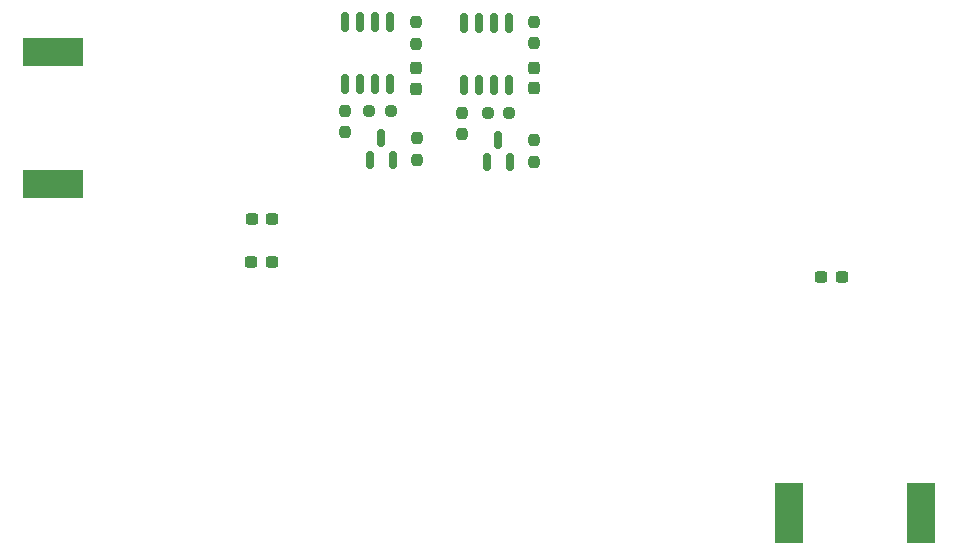
<source format=gbr>
%TF.GenerationSoftware,KiCad,Pcbnew,7.0.7*%
%TF.CreationDate,2023-11-07T19:23:38-06:00*%
%TF.ProjectId,FTIR_Main_Hardware,46544952-5f4d-4616-996e-5f4861726477,rev?*%
%TF.SameCoordinates,Original*%
%TF.FileFunction,Paste,Bot*%
%TF.FilePolarity,Positive*%
%FSLAX46Y46*%
G04 Gerber Fmt 4.6, Leading zero omitted, Abs format (unit mm)*
G04 Created by KiCad (PCBNEW 7.0.7) date 2023-11-07 19:23:38*
%MOMM*%
%LPD*%
G01*
G04 APERTURE LIST*
G04 Aperture macros list*
%AMRoundRect*
0 Rectangle with rounded corners*
0 $1 Rounding radius*
0 $2 $3 $4 $5 $6 $7 $8 $9 X,Y pos of 4 corners*
0 Add a 4 corners polygon primitive as box body*
4,1,4,$2,$3,$4,$5,$6,$7,$8,$9,$2,$3,0*
0 Add four circle primitives for the rounded corners*
1,1,$1+$1,$2,$3*
1,1,$1+$1,$4,$5*
1,1,$1+$1,$6,$7*
1,1,$1+$1,$8,$9*
0 Add four rect primitives between the rounded corners*
20,1,$1+$1,$2,$3,$4,$5,0*
20,1,$1+$1,$4,$5,$6,$7,0*
20,1,$1+$1,$6,$7,$8,$9,0*
20,1,$1+$1,$8,$9,$2,$3,0*%
G04 Aperture macros list end*
%ADD10R,2.413000X5.080000*%
%ADD11R,5.080000X2.413000*%
%ADD12RoundRect,0.150000X0.150000X-0.587500X0.150000X0.587500X-0.150000X0.587500X-0.150000X-0.587500X0*%
%ADD13RoundRect,0.237500X-0.237500X0.250000X-0.237500X-0.250000X0.237500X-0.250000X0.237500X0.250000X0*%
%ADD14RoundRect,0.237500X0.237500X-0.287500X0.237500X0.287500X-0.237500X0.287500X-0.237500X-0.287500X0*%
%ADD15RoundRect,0.237500X0.300000X0.237500X-0.300000X0.237500X-0.300000X-0.237500X0.300000X-0.237500X0*%
%ADD16RoundRect,0.237500X0.250000X0.237500X-0.250000X0.237500X-0.250000X-0.237500X0.250000X-0.237500X0*%
%ADD17RoundRect,0.150000X0.150000X-0.675000X0.150000X0.675000X-0.150000X0.675000X-0.150000X-0.675000X0*%
%ADD18RoundRect,0.237500X0.237500X-0.250000X0.237500X0.250000X-0.237500X0.250000X-0.237500X-0.250000X0*%
G04 APERTURE END LIST*
D10*
%TO.C,Conn10*%
X165862000Y-109093000D03*
X177038000Y-109093000D03*
%TD*%
D11*
%TO.C,Conn9*%
X103505000Y-70104000D03*
X103505000Y-81280000D03*
%TD*%
D12*
%TO.C,Q6*%
X142174000Y-79372700D03*
X140274000Y-79372700D03*
X141224000Y-77497700D03*
%TD*%
D13*
%TO.C,R9*%
X134250000Y-67549250D03*
X134250000Y-69374250D03*
%TD*%
D14*
%TO.C,D10*%
X144272000Y-73151700D03*
X144272000Y-71401700D03*
%TD*%
D15*
%TO.C,C3*%
X170280500Y-89154000D03*
X168555500Y-89154000D03*
%TD*%
D14*
%TO.C,D7*%
X134250000Y-73184250D03*
X134250000Y-71434250D03*
%TD*%
D16*
%TO.C,R16*%
X142138400Y-75211700D03*
X140313400Y-75211700D03*
%TD*%
%TO.C,R10*%
X132127000Y-75106750D03*
X130302000Y-75106750D03*
%TD*%
D13*
%TO.C,R11*%
X128270000Y-75059750D03*
X128270000Y-76884750D03*
%TD*%
D12*
%TO.C,Q2*%
X132268000Y-79267750D03*
X130368000Y-79267750D03*
X131318000Y-77392750D03*
%TD*%
D17*
%TO.C,Q1*%
X132019000Y-72829250D03*
X130749000Y-72829250D03*
X129479000Y-72829250D03*
X128209000Y-72829250D03*
X128209000Y-67579250D03*
X129479000Y-67579250D03*
X130749000Y-67579250D03*
X132019000Y-67579250D03*
%TD*%
D13*
%TO.C,R18*%
X138176000Y-75211700D03*
X138176000Y-77036700D03*
%TD*%
D17*
%TO.C,Q4*%
X142102800Y-72895700D03*
X140832800Y-72895700D03*
X139562800Y-72895700D03*
X138292800Y-72895700D03*
X138292800Y-67645700D03*
X139562800Y-67645700D03*
X140832800Y-67645700D03*
X142102800Y-67645700D03*
%TD*%
D15*
%TO.C,C2*%
X122020500Y-87884000D03*
X120295500Y-87884000D03*
%TD*%
%TO.C,C1*%
X122071300Y-84226400D03*
X120346300Y-84226400D03*
%TD*%
D18*
%TO.C,R22*%
X144272000Y-79400400D03*
X144272000Y-77575400D03*
%TD*%
D13*
%TO.C,R20*%
X144272000Y-67516700D03*
X144272000Y-69341700D03*
%TD*%
D18*
%TO.C,R12*%
X134366000Y-79217750D03*
X134366000Y-77392750D03*
%TD*%
M02*

</source>
